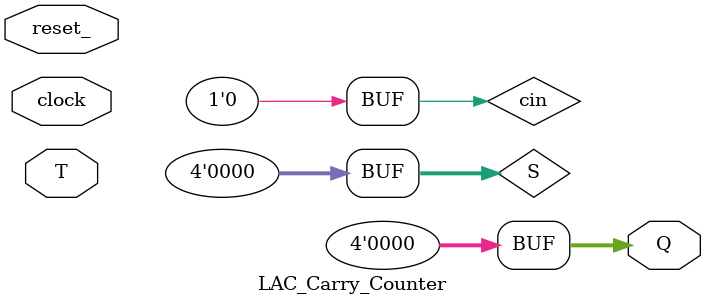
<source format=v>
`timescale 1ns/1ps

module TopLevel;
  reg clock, reset_;
  wire[3:0] Q;
  always #10 clock <= (!clock);

  initial begin
    $display ("time, \t clock, \t reset_, \t QQQQ");
    $monitor ("%g, \t %b, \t %b, \t %b", $time, clock, reset_, Q);
    reset_ = 1'b1;
    clock = 0;
    #5 reset_ = 1'b0;
    #20 reset_ = 1'b1;
    #600 $finish;
  end

  reg T; initial begin T = 1; #650 T = 0; end
  LAC_Carry_Counter lcc(Q, T, clock, reset_);

  //debug:
  wire q0=lcc.Q[0], q1=lcc.Q[1], q2=lcc.Q[2], q3=lcc.Q[3];
  wire[3:0] q= {lcc.Q[3],lcc.Q[2],lcc.Q[1],lcc.Q[0]};
  wire cout = lcc.cout;
endmodule

// LAC adder
module lac_full_adder(a, b, c, g, p, s);
  input a, b, c;
  output g, p, s;
  assign g = a & b;
  assign p = a ^ b;
  assign s = a ^ (b ^ c);
endmodule


// LAC Adder 4-bit
module lac_adder_4bit(a, b, cin, s, cout);
  input [3:0] a, b;
  input cin;
  output cout;
  output [3:0] s;
  wire [4:0] c;
  wire [3:0] g, p;

  assign c[0] = cin;
  assign cout = c[4];

  lac_full_adder add0(a[0], b[0], c[0], g[0], p[0], s[0]);
  assign c[1] = g[0] | (p[0] & c[0]);

  lac_full_adder add1(a[1], b[1], c[1], g[1], p[1], s[1]);
  assign c[2] = g[1] | (p[1] & g[0]) | (p[1] & p[0] & c[0]);

  lac_full_adder add2(a[2], b[2], c[2], g[2], p[2], s[2]);
  assign c[3] = g[2] | (p[2] & g[1]) | (p[2] & p[1] & g[0]) |
  (p[2] & p[1] & p[0] & c[0]);
  
  lac_full_adder add3(a[3], b[3], c[3], g[3], p[3], s[3]);
  assign c[4] = g[3] | (p[3]&g[2]) | (p[3]& p[2]&g[1]) |
  (p[3]&p[2]&p[1]&g[0]) | (p[3]&p[2]&p[1]&p[0]&c[0]);
endmodule

module LAC_Carry_Counter(Q, T, clock, reset_);
  input clock, reset_, T;
  output[3:0] Q;
  reg[3:0] A, S;
  reg cin;
  wire[3:0] S1;
  wire cout;
  assign Q = S;

  always @(reset_==1)
    begin if (T==0) A <= 4'b0000; else A <= 4'b0001; end

  always @(reset_==0) #1 begin S <= 4'b0000; cin <= 1'b0; end

  lac_adder_4bit lacadd(A, S, cin, S1, cout);
  
  always @(negedge clock) if (reset_==1)
    #3 begin S<=S1; end
endmodule

</source>
